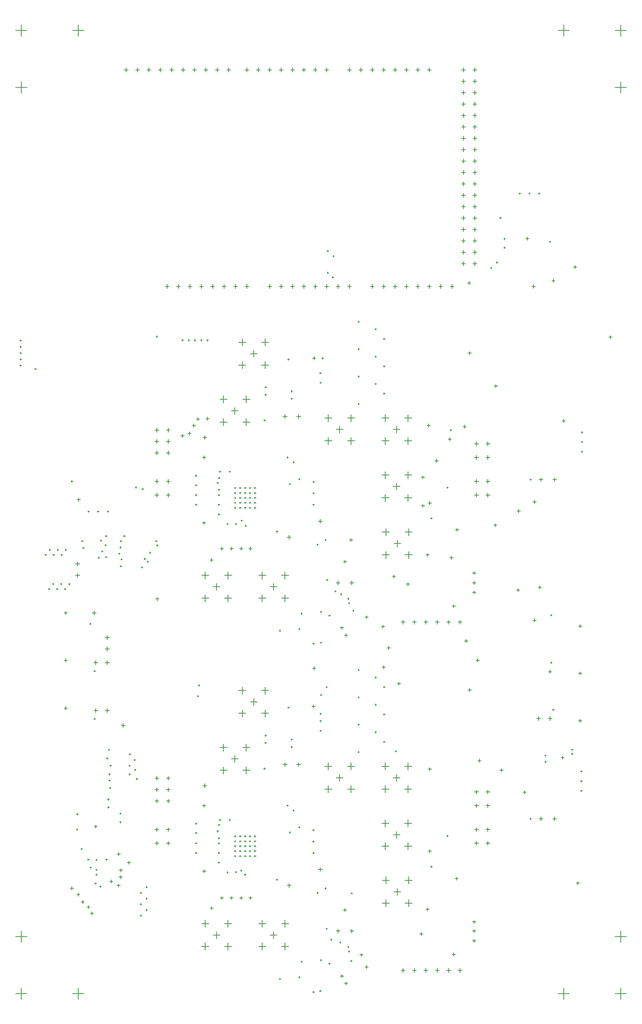
<source format=gbr>
%FSTAX23Y23*%
%MOIN*%
%SFA1B1*%

%IPPOS*%
%ADD76C,0.005000*%
%LNcfd_2channel_drillmap_1-1*%
%LPD*%
G54D76*
X0486Y0015D02*
X0496D01*
X0491Y001D02*
Y002D01*
X0536Y0065D02*
X0546D01*
X0541Y006D02*
Y007D01*
X0536Y081D02*
X0546D01*
X0541Y0805D02*
Y0815D01*
X0486Y086D02*
X0496D01*
X0491Y0855D02*
Y0865D01*
X006Y0015D02*
X007D01*
X0065Y001D02*
Y002D01*
X001Y0065D02*
X002D01*
X0015Y006D02*
Y007D01*
X001Y081D02*
X002D01*
X0015Y0805D02*
Y0815D01*
X006Y086D02*
X007D01*
X0065Y0855D02*
Y0865D01*
X04692Y0466D02*
X04727D01*
X0471Y04642D02*
Y04677D01*
X02447Y05215D02*
X02482D01*
X02465Y05197D02*
Y05232D01*
X02447Y0216D02*
X02482D01*
X02465Y02142D02*
Y02177D01*
X04692Y01685D02*
X04727D01*
X0471Y01667D02*
Y01702D01*
X02912Y03755D02*
X02947D01*
X0293Y03737D02*
Y03772D01*
X02912Y007D02*
X02947D01*
X0293Y00682D02*
Y00717D01*
X001Y086D02*
X002D01*
X0015Y0855D02*
Y0865D01*
X001Y0015D02*
X002D01*
X0015Y001D02*
Y002D01*
X00627Y0392D02*
X00662D01*
X00645Y03902D02*
Y03937D01*
X0536Y086D02*
X0546D01*
X0541Y0855D02*
Y0865D01*
X04112Y06555D02*
X04147D01*
X0413Y06537D02*
Y06572D01*
X04012Y06555D02*
X04047D01*
X0403Y06537D02*
Y06572D01*
X03513Y052D02*
X03576D01*
X03545Y05168D02*
Y05231D01*
X03313Y052D02*
X03376D01*
X03345Y05168D02*
Y05231D01*
X03513Y05D02*
X03576D01*
X03545Y04968D02*
Y05031D01*
X03313Y047D02*
X03376D01*
X03345Y04668D02*
Y04731D01*
X03313Y05D02*
X03376D01*
X03345Y04968D02*
Y05031D01*
X03513Y045D02*
X03576D01*
X03545Y04468D02*
Y04531D01*
X03513Y047D02*
X03576D01*
X03545Y04668D02*
Y04731D01*
X03518Y042D02*
X03581D01*
X0355Y04168D02*
Y04231D01*
X03318Y042D02*
X03381D01*
X0335Y04168D02*
Y04231D01*
X03313Y045D02*
X03376D01*
X03345Y04468D02*
Y04531D01*
X03518Y04D02*
X03581D01*
X0355Y03968D02*
Y04031D01*
X03318Y04D02*
X03381D01*
X0335Y03968D02*
Y04031D01*
X02813Y052D02*
X02876D01*
X02845Y05168D02*
Y05231D01*
X02258Y05665D02*
X02321D01*
X0229Y05633D02*
Y05696D01*
X02258Y05865D02*
X02321D01*
X0229Y05833D02*
Y05896D01*
X03013Y052D02*
X03076D01*
X03045Y05168D02*
Y05231D01*
X03013Y05D02*
X03076D01*
X03045Y04968D02*
Y05031D01*
X02813Y05D02*
X02876D01*
X02845Y04968D02*
Y05031D01*
X02093Y05165D02*
X02156D01*
X02125Y05133D02*
Y05196D01*
X02093Y05365D02*
X02156D01*
X02125Y05333D02*
Y05396D01*
X02433Y0362D02*
X02496D01*
X02465Y03588D02*
Y03651D01*
X02433Y0382D02*
X02496D01*
X02465Y03788D02*
Y03851D01*
X02233Y0362D02*
X02296D01*
X02265Y03588D02*
Y03651D01*
X02233Y0382D02*
X02296D01*
X02265Y03788D02*
Y03851D01*
X03513Y01645D02*
X03576D01*
X03545Y01613D02*
Y01676D01*
X03513Y01945D02*
X03576D01*
X03545Y01913D02*
Y01976D01*
X0536Y0015D02*
X0546D01*
X0541Y001D02*
Y002D01*
X03518Y01145D02*
X03581D01*
X0355Y01113D02*
Y01176D01*
X03518Y00945D02*
X03581D01*
X0355Y00913D02*
Y00976D01*
X03513Y02145D02*
X03576D01*
X03545Y02113D02*
Y02176D01*
X03313Y01645D02*
X03376D01*
X03345Y01613D02*
Y01676D01*
X03313Y01945D02*
X03376D01*
X03345Y01913D02*
Y01976D01*
X03513Y01445D02*
X03576D01*
X03545Y01413D02*
Y01476D01*
X03318Y01145D02*
X03381D01*
X0335Y01113D02*
Y01176D01*
X03313Y01445D02*
X03376D01*
X03345Y01413D02*
Y01476D01*
X03313Y02145D02*
X03376D01*
X03345Y02113D02*
Y02176D01*
X03318Y00945D02*
X03381D01*
X0335Y00913D02*
Y00976D01*
X02813Y02145D02*
X02876D01*
X02845Y02113D02*
Y02176D01*
X02258Y0261D02*
X02321D01*
X0229Y02578D02*
Y02641D01*
X02258Y0281D02*
X02321D01*
X0229Y02778D02*
Y02841D01*
X03013Y02145D02*
X03076D01*
X03045Y02113D02*
Y02176D01*
X03013Y01945D02*
X03076D01*
X03045Y01913D02*
Y01976D01*
X02813Y01945D02*
X02876D01*
X02845Y01913D02*
Y01976D01*
X02093Y0211D02*
X02156D01*
X02125Y02078D02*
Y02141D01*
X02093Y0231D02*
X02156D01*
X02125Y02278D02*
Y02341D01*
X02433Y00565D02*
X02496D01*
X02465Y00533D02*
Y00596D01*
X02433Y00765D02*
X02496D01*
X02465Y00733D02*
Y00796D01*
X02233Y00565D02*
X02296D01*
X02265Y00533D02*
Y00596D01*
X02233Y00765D02*
X02296D01*
X02265Y00733D02*
Y00796D01*
X02058Y05865D02*
X02121D01*
X0209Y05833D02*
Y05896D01*
X02058Y05665D02*
X02121D01*
X0209Y05633D02*
Y05696D01*
X02012Y06355D02*
X02047D01*
X0203Y06337D02*
Y06372D01*
X01893Y05165D02*
X01956D01*
X01925Y05133D02*
Y05196D01*
X01912Y06355D02*
X01947D01*
X0193Y06337D02*
Y06372D01*
X01893Y05365D02*
X01956D01*
X01925Y05333D02*
Y05396D01*
X02058Y0281D02*
X02121D01*
X0209Y02778D02*
Y02841D01*
X02058Y0261D02*
X02121D01*
X0209Y02578D02*
Y02641D01*
X01933Y0382D02*
X01996D01*
X01965Y03788D02*
Y03851D01*
X01933Y0362D02*
X01996D01*
X01965Y03588D02*
Y03651D01*
X01893Y0211D02*
X01956D01*
X01925Y02078D02*
Y02141D01*
X01893Y0231D02*
X01956D01*
X01925Y02278D02*
Y02341D01*
X01733Y0362D02*
X01796D01*
X01765Y03588D02*
Y03651D01*
X01733Y0382D02*
X01796D01*
X01765Y03788D02*
Y03851D01*
X01352Y08255D02*
X01387D01*
X0137Y08237D02*
Y08272D01*
X01933Y00765D02*
X01996D01*
X01965Y00733D02*
Y00796D01*
X01933Y00565D02*
X01996D01*
X01965Y00533D02*
Y00596D01*
X01733Y00565D02*
X01796D01*
X01765Y00533D02*
Y00596D01*
X01733Y00765D02*
X01796D01*
X01765Y00733D02*
Y00796D01*
X04812Y0466D02*
X04847D01*
X0483Y04642D02*
Y04677D01*
X01422Y04895D02*
X01457D01*
X0144Y04877D02*
Y04912D01*
X01322Y04895D02*
X01357D01*
X0134Y04877D02*
Y04912D01*
X01422Y04995D02*
X01457D01*
X0144Y04977D02*
Y05012D01*
X01322Y04995D02*
X01357D01*
X0134Y04977D02*
Y05012D01*
X01422Y05095D02*
X01457D01*
X0144Y05077D02*
Y05112D01*
X01322Y05095D02*
X01357D01*
X0134Y05077D02*
Y05112D01*
X01422Y0184D02*
X01457D01*
X0144Y01822D02*
Y01857D01*
X01322Y0184D02*
X01357D01*
X0134Y01822D02*
Y01857D01*
X01422Y0194D02*
X01457D01*
X0144Y01922D02*
Y01957D01*
X01322Y0194D02*
X01357D01*
X0134Y01922D02*
Y01957D01*
X01422Y0204D02*
X01457D01*
X0144Y02022D02*
Y02057D01*
X01322Y0204D02*
X01357D01*
X0134Y02022D02*
Y02057D01*
X02567Y0216D02*
X02602D01*
X02585Y02142D02*
Y02177D01*
X02335Y00665D02*
X02394D01*
X02365Y00635D02*
Y00694D01*
X01995Y0221D02*
X02054D01*
X02025Y0218D02*
Y02239D01*
X03032Y007D02*
X03067D01*
X0305Y00682D02*
Y00717D01*
X01835Y00665D02*
X01894D01*
X01865Y00635D02*
Y00694D01*
X02915Y02045D02*
X02974D01*
X02945Y02015D02*
Y02074D01*
X0216Y0271D02*
X02219D01*
X0219Y0268D02*
Y02739D01*
X03415Y02045D02*
X03474D01*
X03445Y02015D02*
Y02074D01*
X0342Y01045D02*
X03479D01*
X0345Y01015D02*
Y01074D01*
X03415Y01545D02*
X03474D01*
X03445Y01515D02*
Y01574D01*
X01742Y01975D02*
X01777D01*
X0176Y01957D02*
Y01992D01*
X03982Y00355D02*
X04017D01*
X04Y00337D02*
Y00372D01*
X03882Y00355D02*
X03917D01*
X039Y00337D02*
Y00372D01*
X03782Y00355D02*
X03817D01*
X038Y00337D02*
Y00372D01*
X03682Y00355D02*
X03717D01*
X037Y00337D02*
Y00372D01*
X03582Y00355D02*
X03617D01*
X036Y00337D02*
Y00372D01*
X03482Y00355D02*
X03517D01*
X035Y00337D02*
Y00372D01*
X02482Y011D02*
X02517D01*
X025Y01082D02*
Y01117D01*
X02757Y0124D02*
X02792D01*
X02775Y01222D02*
Y01257D01*
X01422Y0159D02*
X01457D01*
X0144Y01572D02*
Y01607D01*
X01322Y0159D02*
X01357D01*
X0134Y01572D02*
Y01607D01*
X01322Y0147D02*
X01357D01*
X0134Y01452D02*
Y01487D01*
X01422Y0147D02*
X01457D01*
X0144Y01452D02*
Y01487D01*
X04127Y0192D02*
X04162D01*
X04145Y01902D02*
Y01937D01*
X04227Y0192D02*
X04262D01*
X04245Y01902D02*
Y01937D01*
X04227Y018D02*
X04262D01*
X04245Y01782D02*
Y01817D01*
X04127Y018D02*
X04162D01*
X04145Y01782D02*
Y01817D01*
X04127Y0159D02*
X04162D01*
X04145Y01572D02*
Y01607D01*
X04227Y0159D02*
X04262D01*
X04245Y01572D02*
Y01607D01*
X04227Y0147D02*
X04262D01*
X04245Y01452D02*
Y01487D01*
X04127Y0147D02*
X04162D01*
X04145Y01452D02*
Y01487D01*
X02757Y04295D02*
X02792D01*
X02775Y04277D02*
Y04312D01*
X01742Y0503D02*
X01777D01*
X0176Y05012D02*
Y05047D01*
X04227Y04645D02*
X04262D01*
X04245Y04627D02*
Y04662D01*
X04127Y04645D02*
X04162D01*
X04145Y04627D02*
Y04662D01*
X04127Y04525D02*
X04162D01*
X04145Y04507D02*
Y04542D01*
X04227Y04525D02*
X04262D01*
X04245Y04507D02*
Y04542D01*
X04227Y04975D02*
X04262D01*
X04245Y04957D02*
Y04992D01*
X04127Y04975D02*
X04162D01*
X04145Y04957D02*
Y04992D01*
X04127Y04855D02*
X04162D01*
X04145Y04837D02*
Y04872D01*
X04227Y04855D02*
X04262D01*
X04245Y04837D02*
Y04872D01*
X01322Y04645D02*
X01357D01*
X0134Y04627D02*
Y04662D01*
X01422Y04645D02*
X01457D01*
X0144Y04627D02*
Y04662D01*
X01422Y04525D02*
X01457D01*
X0144Y04507D02*
Y04542D01*
X01322Y04525D02*
X01357D01*
X0134Y04507D02*
Y04542D01*
X02482Y04155D02*
X02517D01*
X025Y04137D02*
Y04172D01*
X03982Y0341D02*
X04017D01*
X04Y03392D02*
Y03427D01*
X03882Y0341D02*
X03917D01*
X039Y03392D02*
Y03427D01*
X03782Y0341D02*
X03817D01*
X038Y03392D02*
Y03427D01*
X03682Y0341D02*
X03717D01*
X037Y03392D02*
Y03427D01*
X03582Y0341D02*
X03617D01*
X036Y03392D02*
Y03427D01*
X03482Y0341D02*
X03517D01*
X035Y03392D02*
Y03427D01*
X03032Y03755D02*
X03067D01*
X0305Y03737D02*
Y03772D01*
X02567Y05215D02*
X02602D01*
X02585Y05197D02*
Y05232D01*
X0342Y041D02*
X03479D01*
X0345Y0407D02*
Y04129D01*
X03415Y046D02*
X03474D01*
X03445Y0457D02*
Y04629D01*
X0216Y05765D02*
X02219D01*
X0219Y05735D02*
Y05794D01*
X03415Y051D02*
X03474D01*
X03445Y0507D02*
Y05129D01*
X01835Y0372D02*
X01894D01*
X01865Y0369D02*
Y03749D01*
X02915Y051D02*
X02974D01*
X02945Y0507D02*
Y05129D01*
X02335Y0372D02*
X02394D01*
X02365Y0369D02*
Y03749D01*
X01995Y05265D02*
X02054D01*
X02025Y05235D02*
Y05294D01*
X04672Y02565D02*
X04707D01*
X0469Y02547D02*
Y02582D01*
X04772Y02565D02*
X04807D01*
X0479Y02547D02*
Y02582D01*
X00787Y02635D02*
X00822D01*
X00805Y02617D02*
Y02652D01*
X00887Y02635D02*
X00922D01*
X00905Y02617D02*
Y02652D01*
X00627Y0382D02*
X00662D01*
X00645Y03802D02*
Y03837D01*
X00887Y03055D02*
X00922D01*
X00905Y03037D02*
Y03072D01*
X00787Y03055D02*
X00822D01*
X00805Y03037D02*
Y03072D01*
X00887Y03275D02*
X00922D01*
X00905Y03257D02*
Y03292D01*
X00887Y03175D02*
X00922D01*
X00905Y03157D02*
Y03192D01*
X04812Y01685D02*
X04847D01*
X0483Y01667D02*
Y01702D01*
X02412Y06355D02*
X02447D01*
X0243Y06337D02*
Y06372D01*
X02612Y06355D02*
X02647D01*
X0263Y06337D02*
Y06372D01*
X02512Y06355D02*
X02547D01*
X0253Y06337D02*
Y06372D01*
X02812Y06355D02*
X02847D01*
X0283Y06337D02*
Y06372D01*
X02712Y06355D02*
X02747D01*
X0273Y06337D02*
Y06372D01*
X03012Y06355D02*
X03047D01*
X0303Y06337D02*
Y06372D01*
X02912Y06355D02*
X02947D01*
X0293Y06337D02*
Y06372D01*
X02312Y06355D02*
X02347D01*
X0233Y06337D02*
Y06372D01*
X04112Y06655D02*
X04147D01*
X0413Y06637D02*
Y06672D01*
X04012Y06655D02*
X04047D01*
X0403Y06637D02*
Y06672D01*
X04112Y06955D02*
X04147D01*
X0413Y06937D02*
Y06972D01*
X04112Y06855D02*
X04147D01*
X0413Y06837D02*
Y06872D01*
X04112Y06755D02*
X04147D01*
X0413Y06737D02*
Y06772D01*
X04112Y07055D02*
X04147D01*
X0413Y07037D02*
Y07072D01*
X04012Y06955D02*
X04047D01*
X0403Y06937D02*
Y06972D01*
X04012Y06855D02*
X04047D01*
X0403Y06837D02*
Y06872D01*
X04012Y06755D02*
X04047D01*
X0403Y06737D02*
Y06772D01*
X04012Y07055D02*
X04047D01*
X0403Y07037D02*
Y07072D01*
X04112Y07455D02*
X04147D01*
X0413Y07437D02*
Y07472D01*
X04112Y07355D02*
X04147D01*
X0413Y07337D02*
Y07372D01*
X04012Y07355D02*
X04047D01*
X0403Y07337D02*
Y07372D01*
X04112Y07255D02*
X04147D01*
X0413Y07237D02*
Y07272D01*
X04012Y07255D02*
X04047D01*
X0403Y07237D02*
Y07272D01*
X04112Y07155D02*
X04147D01*
X0413Y07137D02*
Y07172D01*
X04012Y07155D02*
X04047D01*
X0403Y07137D02*
Y07172D01*
X04012Y07455D02*
X04047D01*
X0403Y07437D02*
Y07472D01*
X04112Y07755D02*
X04147D01*
X0413Y07737D02*
Y07772D01*
X04112Y07655D02*
X04147D01*
X0413Y07637D02*
Y07672D01*
X04112Y07555D02*
X04147D01*
X0413Y07537D02*
Y07572D01*
X04112Y07855D02*
X04147D01*
X0413Y07837D02*
Y07872D01*
X04012Y07755D02*
X04047D01*
X0403Y07737D02*
Y07772D01*
X04012Y07655D02*
X04047D01*
X0403Y07637D02*
Y07672D01*
X04012Y07555D02*
X04047D01*
X0403Y07537D02*
Y07572D01*
X04012Y07855D02*
X04047D01*
X0403Y07837D02*
Y07872D01*
X03112Y08255D02*
X03147D01*
X0313Y08237D02*
Y08272D01*
X03312Y08255D02*
X03347D01*
X0333Y08237D02*
Y08272D01*
X03212Y08255D02*
X03247D01*
X0323Y08237D02*
Y08272D01*
X03512Y08255D02*
X03547D01*
X0353Y08237D02*
Y08272D01*
X03412Y08255D02*
X03447D01*
X0343Y08237D02*
Y08272D01*
X03712Y08255D02*
X03747D01*
X0373Y08237D02*
Y08272D01*
X03612Y08255D02*
X03647D01*
X0363Y08237D02*
Y08272D01*
X03012Y08255D02*
X03047D01*
X0303Y08237D02*
Y08272D01*
X02212Y08255D02*
X02247D01*
X0223Y08237D02*
Y08272D01*
X02412Y08255D02*
X02447D01*
X0243Y08237D02*
Y08272D01*
X02312Y08255D02*
X02347D01*
X0233Y08237D02*
Y08272D01*
X02612Y08255D02*
X02647D01*
X0263Y08237D02*
Y08272D01*
X02512Y08255D02*
X02547D01*
X0253Y08237D02*
Y08272D01*
X02812Y08255D02*
X02847D01*
X0283Y08237D02*
Y08272D01*
X02712Y08255D02*
X02747D01*
X0273Y08237D02*
Y08272D01*
X01552Y08255D02*
X01587D01*
X0157Y08237D02*
Y08272D01*
X01452Y08255D02*
X01487D01*
X0147Y08237D02*
Y08272D01*
X01752Y08255D02*
X01787D01*
X0177Y08237D02*
Y08272D01*
X01652Y08255D02*
X01687D01*
X0167Y08237D02*
Y08272D01*
X01152Y08255D02*
X01187D01*
X0117Y08237D02*
Y08272D01*
X01052Y08255D02*
X01087D01*
X0107Y08237D02*
Y08272D01*
X01252Y08255D02*
X01287D01*
X0127Y08237D02*
Y08272D01*
X01952Y08255D02*
X01987D01*
X0197Y08237D02*
Y08272D01*
X01852Y08255D02*
X01887D01*
X0187Y08237D02*
Y08272D01*
X02112Y08255D02*
X02147D01*
X0213Y08237D02*
Y08272D01*
X04112Y08255D02*
X04147D01*
X0413Y08237D02*
Y08272D01*
X04112Y08155D02*
X04147D01*
X0413Y08137D02*
Y08172D01*
X04012Y08155D02*
X04047D01*
X0403Y08137D02*
Y08172D01*
X04112Y08055D02*
X04147D01*
X0413Y08037D02*
Y08072D01*
X04012Y08055D02*
X04047D01*
X0403Y08037D02*
Y08072D01*
X04112Y07955D02*
X04147D01*
X0413Y07937D02*
Y07972D01*
X04012Y07955D02*
X04047D01*
X0403Y07937D02*
Y07972D01*
X04012Y08255D02*
X04047D01*
X0403Y08237D02*
Y08272D01*
X03312Y06355D02*
X03347D01*
X0333Y06337D02*
Y06372D01*
X03512Y06355D02*
X03547D01*
X0353Y06337D02*
Y06372D01*
X03412Y06355D02*
X03447D01*
X0343Y06337D02*
Y06372D01*
X03712Y06355D02*
X03747D01*
X0373Y06337D02*
Y06372D01*
X03612Y06355D02*
X03647D01*
X0363Y06337D02*
Y06372D01*
X03912Y06355D02*
X03947D01*
X0393Y06337D02*
Y06372D01*
X03812Y06355D02*
X03847D01*
X0383Y06337D02*
Y06372D01*
X03212Y06355D02*
X03247D01*
X0323Y06337D02*
Y06372D01*
X01512Y06355D02*
X01547D01*
X0153Y06337D02*
Y06372D01*
X01712Y06355D02*
X01747D01*
X0173Y06337D02*
Y06372D01*
X01612Y06355D02*
X01647D01*
X0163Y06337D02*
Y06372D01*
X01812Y06355D02*
X01847D01*
X0183Y06337D02*
Y06372D01*
X02112Y06355D02*
X02147D01*
X0213Y06337D02*
Y06372D01*
X01412Y06355D02*
X01447D01*
X0143Y06337D02*
Y06372D01*
X04347Y06956D02*
X04362D01*
X04355Y06948D02*
Y06963D01*
X0202Y01531D02*
X02035D01*
X02028Y01524D02*
Y01539D01*
X02064Y01531D02*
X02079D01*
X02071Y01524D02*
Y01539D01*
X02107Y01531D02*
X02122D01*
X02115Y01524D02*
Y01539D01*
X0215Y01531D02*
X02165D01*
X02158Y01524D02*
Y01539D01*
X02194Y01531D02*
X02209D01*
X02201Y01524D02*
Y01539D01*
X0202Y01488D02*
X02035D01*
X02028Y0148D02*
Y01495D01*
X02064Y01488D02*
X02079D01*
X02071Y0148D02*
Y01495D01*
X02107Y01488D02*
X02122D01*
X02115Y0148D02*
Y01495D01*
X0215Y01488D02*
X02165D01*
X02158Y0148D02*
Y01495D01*
X02194Y01488D02*
X02209D01*
X02201Y0148D02*
Y01495D01*
X0202Y01445D02*
X02035D01*
X02028Y01437D02*
Y01452D01*
X02064Y01445D02*
X02079D01*
X02071Y01437D02*
Y01452D01*
X02107Y01445D02*
X02122D01*
X02115Y01437D02*
Y01452D01*
X0215Y01445D02*
X02165D01*
X02158Y01437D02*
Y01452D01*
X02194Y01445D02*
X02209D01*
X02201Y01437D02*
Y01452D01*
X0202Y01401D02*
X02035D01*
X02028Y01394D02*
Y01409D01*
X02064Y01401D02*
X02079D01*
X02071Y01394D02*
Y01409D01*
X02107Y01401D02*
X02122D01*
X02115Y01394D02*
Y01409D01*
X0215Y01401D02*
X02165D01*
X02158Y01394D02*
Y01409D01*
X02194Y01401D02*
X02209D01*
X02201Y01394D02*
Y01409D01*
X0202Y01358D02*
X02035D01*
X02028Y0135D02*
Y01365D01*
X02064Y01358D02*
X02079D01*
X02071Y0135D02*
Y01365D01*
X02107Y01358D02*
X02122D01*
X02115Y0135D02*
Y01365D01*
X0215Y01358D02*
X02165D01*
X02158Y0135D02*
Y01365D01*
X02194Y01358D02*
X02209D01*
X02201Y0135D02*
Y01365D01*
X0202Y04586D02*
X02035D01*
X02028Y04579D02*
Y04594D01*
X02064Y04586D02*
X02079D01*
X02071Y04579D02*
Y04594D01*
X02107Y04586D02*
X02122D01*
X02115Y04579D02*
Y04594D01*
X0215Y04586D02*
X02165D01*
X02158Y04579D02*
Y04594D01*
X02194Y04586D02*
X02209D01*
X02201Y04579D02*
Y04594D01*
X0202Y04543D02*
X02035D01*
X02028Y04535D02*
Y0455D01*
X02064Y04543D02*
X02079D01*
X02071Y04535D02*
Y0455D01*
X02107Y04543D02*
X02122D01*
X02115Y04535D02*
Y0455D01*
X0215Y04543D02*
X02165D01*
X02158Y04535D02*
Y0455D01*
X02194Y04543D02*
X02209D01*
X02201Y04535D02*
Y0455D01*
X0202Y045D02*
X02035D01*
X02028Y04492D02*
Y04507D01*
X02064Y045D02*
X02079D01*
X02071Y04492D02*
Y04507D01*
X02107Y045D02*
X02122D01*
X02115Y04492D02*
Y04507D01*
X0215Y045D02*
X02165D01*
X02158Y04492D02*
Y04507D01*
X02194Y045D02*
X02209D01*
X02201Y04492D02*
Y04507D01*
X0202Y04456D02*
X02035D01*
X02028Y04449D02*
Y04464D01*
X02064Y04456D02*
X02079D01*
X02071Y04449D02*
Y04464D01*
X02107Y04456D02*
X02122D01*
X02115Y04449D02*
Y04464D01*
X0215Y04456D02*
X02165D01*
X02158Y04449D02*
Y04464D01*
X02194Y04456D02*
X02209D01*
X02201Y04449D02*
Y04464D01*
X0202Y04413D02*
X02035D01*
X02028Y04405D02*
Y0442D01*
X02064Y04413D02*
X02079D01*
X02071Y04405D02*
Y0442D01*
X02107Y04413D02*
X02122D01*
X02115Y04405D02*
Y0442D01*
X0215Y04413D02*
X02165D01*
X02158Y04405D02*
Y0442D01*
X02194Y04413D02*
X02209D01*
X02201Y04405D02*
Y0442D01*
X01327Y0412D02*
X01342D01*
X01335Y04112D02*
Y04127D01*
X03042Y0103D02*
X03057D01*
X0305Y01022D02*
Y01037D01*
X01027Y02505D02*
X01062D01*
X01045Y02487D02*
Y02522D01*
X03429Y02278D02*
X03444D01*
X03436Y0227D02*
Y02285D01*
X03911Y03975D02*
X03939D01*
X03925Y03961D02*
Y03989D01*
X03406Y0381D02*
X03434D01*
X0342Y03796D02*
Y03824D01*
X03166Y03453D02*
X03194D01*
X0318Y03439D02*
Y03467D01*
X04296Y0426D02*
X04324D01*
X0431Y04246D02*
Y04274D01*
X04631Y06355D02*
X04659D01*
X04645Y06341D02*
Y06369D01*
X04301Y0548D02*
X04329D01*
X04315Y05466D02*
Y05494D01*
X04071Y02815D02*
X04099D01*
X04085Y02801D02*
Y02829D01*
X03252Y02925D02*
X03267D01*
X0326Y02917D02*
Y02932D01*
X03327Y0284D02*
X03342D01*
X03335Y02832D02*
Y02847D01*
X03451Y0287D02*
X03479D01*
X03465Y02856D02*
Y02884D01*
X02706Y03005D02*
X02734D01*
X0272Y02991D02*
Y03019D01*
X05306Y0591D02*
X05334D01*
X0532Y05896D02*
Y05924D01*
X04806Y06405D02*
X04834D01*
X0482Y06391D02*
Y06419D01*
X05021Y0112D02*
X05049D01*
X05035Y01106D02*
Y01134D01*
X03741Y01264D02*
X03756D01*
X03749Y01257D02*
Y01272D01*
X04996Y06525D02*
X05024D01*
X0501Y06511D02*
Y06539D01*
X05057Y021D02*
X05072D01*
X05065Y02092D02*
Y02107D01*
X05041Y03375D02*
X05069D01*
X05055Y03361D02*
Y03389D01*
X05062Y0499D02*
X05077D01*
X0507Y04982D02*
Y04997D01*
X05062Y05075D02*
X05077D01*
X0507Y05067D02*
Y05082D01*
X05062Y04905D02*
X05077D01*
X0507Y04897D02*
Y04912D01*
X04977Y0229D02*
X04992D01*
X04985Y02282D02*
Y02297D01*
X04071Y0577D02*
X04099D01*
X04085Y05756D02*
Y05784D01*
X04066Y06385D02*
X04094D01*
X0408Y06371D02*
Y06399D01*
X03661Y0468D02*
X03689D01*
X03675Y04666D02*
Y04694D01*
X03031Y0413D02*
X03059D01*
X03045Y04116D02*
Y04144D01*
X03661Y0443D02*
X03689D01*
X03675Y04416D02*
Y04444D01*
X03781Y04825D02*
X03809D01*
X03795Y04811D02*
Y04839D01*
X03896Y05015D02*
X03924D01*
X0391Y05001D02*
Y05029D01*
X04026Y05125D02*
X04054D01*
X0404Y05111D02*
Y05139D01*
X04266Y06516D02*
X04281D01*
X04273Y06508D02*
Y06523D01*
X02832Y06475D02*
X02847D01*
X0284Y06467D02*
Y06482D01*
X02833Y06666D02*
X02848D01*
X02841Y06658D02*
Y06673D01*
X02877Y06435D02*
X02892D01*
X02885Y06427D02*
Y06442D01*
X02882Y0662D02*
X02897D01*
X0289Y06612D02*
Y06627D01*
X02516Y05435D02*
X02531D01*
X02523Y05428D02*
Y05443D01*
X04317Y06565D02*
X04332D01*
X04325Y06557D02*
Y06572D01*
X04782Y06747D02*
X04797D01*
X0479Y0674D02*
Y06755D01*
X04382Y06773D02*
X04397D01*
X0439Y06765D02*
Y0678D01*
X04576Y06775D02*
X04604D01*
X0459Y06761D02*
Y06789D01*
X04517Y0717D02*
X04532D01*
X04525Y07162D02*
Y07177D01*
X04602Y0717D02*
X04617D01*
X0461Y07162D02*
Y07177D01*
X04687Y0717D02*
X04702D01*
X04695Y07162D02*
Y07177D01*
X04382Y06695D02*
X04397D01*
X0439Y06687D02*
Y06702D01*
X04896Y05175D02*
X04924D01*
X0491Y05161D02*
Y05189D01*
X05057Y0193D02*
X05072D01*
X05065Y01922D02*
Y01937D01*
X05057Y02015D02*
X05072D01*
X05065Y02007D02*
Y02022D01*
X00802Y01325D02*
X00817D01*
X0081Y01317D02*
Y01332D01*
X00634Y01725D02*
X00649D01*
X00642Y01717D02*
Y01732D01*
X00632Y0159D02*
X00647D01*
X0064Y01582D02*
Y01597D01*
X00672Y0142D02*
X00687D01*
X0068Y01412D02*
Y01427D01*
X04111Y0367D02*
X04139D01*
X04125Y03656D02*
Y03684D01*
X04111Y03755D02*
X04139D01*
X04125Y03741D02*
Y03769D01*
X04111Y0384D02*
X04139D01*
X04125Y03826D02*
Y03854D01*
X04111Y00615D02*
X04139D01*
X04125Y00601D02*
Y00629D01*
X04111Y007D02*
X04139D01*
X04125Y00686D02*
Y00714D01*
X04111Y0078D02*
X04139D01*
X04125Y00766D02*
Y00794D01*
X00731Y01327D02*
X00746D01*
X00738Y01319D02*
Y01334D01*
X00891Y01327D02*
X00906D01*
X00898Y01319D02*
Y01334D01*
X00802Y01237D02*
X00817D01*
X0081Y0123D02*
Y01245D01*
X00752Y01257D02*
X00767D01*
X0076Y0125D02*
Y01265D01*
X01011Y01232D02*
X01039D01*
X01025Y01218D02*
Y01246D01*
X0277Y02458D02*
X02785D01*
X02777Y0245D02*
Y02465D01*
X02769Y02542D02*
X02784D01*
X02777Y02535D02*
Y0255D01*
X0277Y0551D02*
X02785D01*
X02778Y05502D02*
Y05517D01*
X02767Y05595D02*
X02782D01*
X02775Y05587D02*
Y05602D01*
X00902Y0438D02*
X00917D01*
X0091Y04372D02*
Y04387D01*
X00817Y0438D02*
X00832D01*
X00825Y04372D02*
Y04387D01*
X00732Y0438D02*
X00747D01*
X0074Y04372D02*
Y04387D01*
X02146Y0099D02*
X02174D01*
X0216Y00976D02*
Y01004D01*
X02066Y0099D02*
X02094D01*
X0208Y00976D02*
Y01004D01*
X01981Y0099D02*
X02009D01*
X01995Y00976D02*
Y01004D01*
X01896Y0099D02*
X01924D01*
X0191Y00976D02*
Y01004D01*
X01806Y009D02*
X01834D01*
X0182Y00886D02*
Y00914D01*
X02146Y04055D02*
X02174D01*
X0216Y04041D02*
Y04069D01*
X02066Y04055D02*
X02094D01*
X0208Y04041D02*
Y04069D01*
X01981Y04055D02*
X02009D01*
X01995Y04041D02*
Y04069D01*
X01896Y04055D02*
X01924D01*
X0191Y04041D02*
Y04069D01*
X01677Y01385D02*
X01692D01*
X01685Y01377D02*
Y01392D01*
X01677Y0147D02*
X01692D01*
X01685Y01462D02*
Y01477D01*
X01677Y01642D02*
X01692D01*
X01685Y01635D02*
Y0165D01*
X01677Y0156D02*
X01692D01*
X01685Y01552D02*
Y01567D01*
X01741Y04855D02*
X01769D01*
X01755Y04841D02*
Y04869D01*
X01677Y04695D02*
X01692D01*
X01685Y04687D02*
Y04702D01*
X01677Y0461D02*
X01692D01*
X01685Y04602D02*
Y04617D01*
X01677Y0444D02*
X01692D01*
X01685Y04432D02*
Y04447D01*
X01677Y04525D02*
X01692D01*
X01685Y04517D02*
Y04532D01*
X01867Y0463D02*
X01882D01*
X01875Y04622D02*
Y04637D01*
X01878Y04675D02*
X01893D01*
X01886Y04668D02*
Y04683D01*
X01722Y05882D02*
X01737D01*
X0173Y05875D02*
Y0589D01*
X01667Y05882D02*
X01682D01*
X01675Y05875D02*
Y0589D01*
X01612Y05882D02*
X01627D01*
X0162Y05875D02*
Y0589D01*
X01557Y05882D02*
X01572D01*
X01565Y05875D02*
Y0589D01*
X01777Y05882D02*
X01792D01*
X01785Y05875D02*
Y0589D01*
X01686Y0519D02*
X01714D01*
X017Y05176D02*
Y05204D01*
X01332Y05915D02*
X01347D01*
X0134Y05907D02*
Y05922D01*
X00137Y0566D02*
X00152D01*
X00145Y05652D02*
Y05667D01*
X00267Y0563D02*
X00282D01*
X00275Y05622D02*
Y05637D01*
X00137Y0588D02*
X00152D01*
X00145Y05872D02*
Y05887D01*
X00137Y05825D02*
X00152D01*
X00145Y05817D02*
Y05832D01*
X00137Y0577D02*
X00152D01*
X00145Y05762D02*
Y05777D01*
X00137Y05715D02*
X00152D01*
X00145Y05707D02*
Y05722D01*
X01771Y05195D02*
X01799D01*
X01785Y05181D02*
Y05209D01*
X01972Y0473D02*
X01987D01*
X0198Y04722D02*
Y04737D01*
X01887Y0473D02*
X01902D01*
X01895Y04722D02*
Y04737D01*
X01651Y05135D02*
X01679D01*
X01665Y05121D02*
Y05149D01*
X01613Y05065D02*
X01641D01*
X01627Y05051D02*
Y05079D01*
X04501Y04385D02*
X04529D01*
X04515Y04371D02*
Y04399D01*
X04641Y04465D02*
X04669D01*
X04655Y04451D02*
Y04479D01*
X04686Y03715D02*
X04714D01*
X047Y03701D02*
Y03729D01*
X04641Y03425D02*
X04669D01*
X04655Y03411D02*
Y03439D01*
X03361Y03185D02*
X03389D01*
X03375Y03171D02*
Y03199D01*
X03311Y0337D02*
X03339D01*
X03325Y03356D02*
Y03384D01*
X03056Y0351D02*
X03071D01*
X03063Y03503D02*
Y03518D01*
X02899Y0368D02*
X02914D01*
X02907Y03672D02*
Y03687D01*
X02772Y0277D02*
X02787D01*
X0278Y02762D02*
Y02777D01*
X02701Y0267D02*
X02729D01*
X02715Y02656D02*
Y02684D01*
X02769Y02606D02*
X02784D01*
X02777Y02598D02*
Y02613D01*
X04886Y0222D02*
X04914D01*
X049Y02206D02*
Y02234D01*
X00991Y01375D02*
X01019D01*
X01005Y01361D02*
Y01389D01*
X01551Y05045D02*
X01579D01*
X01565Y05031D02*
Y05059D01*
X02112Y04255D02*
X02127D01*
X0212Y04247D02*
Y04262D01*
X00756Y00855D02*
X00784D01*
X0077Y00841D02*
Y00869D01*
X00726Y0091D02*
X00754D01*
X0074Y00896D02*
Y00924D01*
X00581Y01075D02*
X00609D01*
X00595Y01061D02*
Y01089D01*
X00636Y0102D02*
X00664D01*
X0065Y01006D02*
Y01034D01*
X00837Y0109D02*
X00852D01*
X00845Y01082D02*
Y01097D01*
X00676Y00955D02*
X00704D01*
X0069Y00941D02*
Y00969D01*
X00991Y011D02*
X01019D01*
X01005Y01086D02*
Y01114D01*
X01008Y01172D02*
X01036D01*
X01022Y01158D02*
Y01186D01*
X02026Y01217D02*
X02041D01*
X02034Y0121D02*
Y01225D01*
X01242Y01085D02*
X01257D01*
X0125Y01077D02*
Y01092D01*
X02107Y01195D02*
X02122D01*
X02115Y01187D02*
Y01202D01*
X02072Y0123D02*
X02087D01*
X0208Y01222D02*
Y01237D01*
X00795Y01117D02*
X0081D01*
X00802Y01109D02*
Y01124D01*
X01192Y00835D02*
X01207D01*
X012Y00827D02*
Y00842D01*
X00926Y01135D02*
X00954D01*
X0094Y01121D02*
Y01149D01*
X00802Y01195D02*
X00817D01*
X0081Y01187D02*
Y01202D01*
X01081Y013D02*
X01109D01*
X01095Y01286D02*
Y01314D01*
X01878Y01631D02*
X01893D01*
X01886Y01623D02*
Y01638D01*
X01877Y01515D02*
X01892D01*
X01885Y01507D02*
Y01522D01*
X01877Y0457D02*
X01892D01*
X01885Y04562D02*
Y04577D01*
X02077Y043D02*
X02092D01*
X02085Y04292D02*
Y04307D01*
X01867Y01576D02*
X01882D01*
X01874Y01568D02*
Y01583D01*
X00392Y04045D02*
X00407D01*
X004Y04037D02*
Y04052D01*
X00532Y04045D02*
X00547D01*
X0054Y04037D02*
Y04052D01*
X00357Y04D02*
X00372D01*
X00365Y03992D02*
Y04007D01*
X00497Y04D02*
X00512D01*
X00505Y03992D02*
Y04007D01*
X00462Y04045D02*
X00477D01*
X0047Y04037D02*
Y04052D01*
X00427Y04D02*
X00442D01*
X00435Y03992D02*
Y04007D01*
X00457Y037D02*
X00472D01*
X00465Y03692D02*
Y03707D01*
X00565Y03742D02*
X0058D01*
X00573Y03734D02*
Y03749D01*
X00492Y03745D02*
X00507D01*
X005Y03737D02*
Y03752D01*
X00527Y037D02*
X00542D01*
X00535Y03692D02*
Y03707D01*
X00422Y03745D02*
X00437D01*
X0043Y03737D02*
Y03752D01*
X00387Y037D02*
X00402D01*
X00395Y03692D02*
Y03707D01*
X00917Y02075D02*
X00932D01*
X00925Y02067D02*
Y02082D01*
X00917Y0202D02*
X00932D01*
X00925Y02012D02*
Y02027D01*
X00922Y01955D02*
X00937D01*
X0093Y01947D02*
Y01962D01*
X00927Y0215D02*
X00942D01*
X00935Y02142D02*
Y02157D01*
X00897Y02215D02*
X00912D01*
X00905Y02207D02*
Y02222D01*
X00912Y0229D02*
X00927D01*
X0092Y02282D02*
Y02297D01*
X01157Y02035D02*
X01172D01*
X01165Y02027D02*
Y02042D01*
X01092Y02075D02*
X01107D01*
X011Y02067D02*
Y02082D01*
X01142Y02115D02*
X01157D01*
X0115Y02107D02*
Y02122D01*
X01092Y0215D02*
X01107D01*
X011Y02142D02*
Y02157D01*
X01137Y022D02*
X01152D01*
X01145Y02192D02*
Y02207D01*
X01097Y0225D02*
X01112D01*
X01105Y02242D02*
Y02257D01*
X01702Y02855D02*
X01717D01*
X0171Y02847D02*
Y02862D01*
X01692Y0276D02*
X01707D01*
X017Y02752D02*
Y02767D01*
X02822Y0284D02*
X02837D01*
X0283Y02832D02*
Y02847D01*
X00852Y0403D02*
X00867D01*
X0086Y04022D02*
Y04037D01*
X00822Y03975D02*
X00837D01*
X0083Y03967D02*
Y03982D01*
X00887Y0398D02*
X00902D01*
X00895Y03972D02*
Y03987D01*
X00882Y04085D02*
X00897D01*
X0089Y04077D02*
Y04092D01*
X00842Y04125D02*
X00857D01*
X0085Y04117D02*
Y04132D01*
X00887Y04165D02*
X00902D01*
X00895Y04157D02*
Y04172D01*
X00677Y0412D02*
X00692D01*
X00685Y04112D02*
Y04127D01*
X00687Y0406D02*
X00702D01*
X00695Y04052D02*
Y04067D01*
X00526Y0349D02*
X00554D01*
X0054Y03476D02*
Y03504D01*
X01017Y039D02*
X01032D01*
X01025Y03892D02*
Y03907D01*
X01022Y0396D02*
X01037D01*
X0103Y03952D02*
Y03967D01*
X01002Y0401D02*
X01017D01*
X0101Y04002D02*
Y04017D01*
X01012Y04065D02*
X01027D01*
X0102Y04057D02*
Y04072D01*
X01017Y0412D02*
X01032D01*
X01025Y04112D02*
Y04127D01*
X01047Y04165D02*
X01062D01*
X01055Y04157D02*
Y04172D01*
X04977Y02255D02*
X04992D01*
X04985Y02247D02*
Y02262D01*
X04742Y02185D02*
X04757D01*
X0475Y02177D02*
Y02192D01*
X04742Y0224D02*
X04757D01*
X0475Y02232D02*
Y02247D01*
X00587Y04645D02*
X00602D01*
X00595Y04637D02*
Y04652D01*
X0115Y04593D02*
X01165D01*
X01157Y04585D02*
Y046D01*
X01208Y04576D02*
X01223D01*
X01216Y04569D02*
Y04584D01*
X04496Y0369D02*
X04524D01*
X0451Y03676D02*
Y03704D01*
X03646Y00675D02*
X03674D01*
X0366Y00661D02*
Y00689D01*
X03701Y0089D02*
X03729D01*
X03715Y00876D02*
Y00904D01*
X0302Y00521D02*
X03035D01*
X03028Y00514D02*
Y00529D01*
X02847Y00412D02*
X02862D01*
X02855Y00405D02*
Y0042D01*
X03038Y00438D02*
X03053D01*
X03046Y0043D02*
Y00445D01*
X03166Y00385D02*
X03194D01*
X0318Y00371D02*
Y00399D01*
X03012Y0056D02*
X03027D01*
X0302Y00552D02*
Y00567D01*
X01012Y0173D02*
X01027D01*
X0102Y01722D02*
Y01737D01*
X01012Y01655D02*
X01027D01*
X0102Y01647D02*
Y01662D01*
X00907Y01855D02*
X00922D01*
X00915Y01847D02*
Y01862D01*
X00907Y01785D02*
X00922D01*
X00915Y01777D02*
Y01792D01*
X00787Y0256D02*
X00802D01*
X00795Y02552D02*
Y02567D01*
X02822Y0072D02*
X02837D01*
X0283Y00712D02*
Y00727D01*
X02862Y00625D02*
X02877D01*
X0287Y00617D02*
Y00632D01*
X02828Y0378D02*
X02843D01*
X02835Y03773D02*
Y03788D01*
X0302Y03576D02*
X03035D01*
X03028Y03569D02*
Y03584D01*
X0295Y03655D02*
X02965D01*
X02957Y03647D02*
Y03662D01*
X03528Y03742D02*
X03556D01*
X03542Y03728D02*
Y03756D01*
X03701Y04D02*
X03729D01*
X03715Y03986D02*
Y04014D01*
X02847Y03467D02*
X02862D01*
X02855Y0346D02*
Y03475D01*
X03012Y03615D02*
X03027D01*
X0302Y03607D02*
Y03622D01*
X03721Y0212D02*
X03749D01*
X03735Y02106D02*
Y02134D01*
X02487Y0266D02*
X02502D01*
X02495Y02652D02*
Y02667D01*
X02707Y0322D02*
X02722D01*
X02715Y03212D02*
Y03227D01*
X04612Y0466D02*
X04627D01*
X0462Y04652D02*
Y04667D01*
X04776Y02975D02*
X04804D01*
X0479Y02961D02*
Y02989D01*
X04156Y02195D02*
X04184D01*
X0417Y02181D02*
Y02209D01*
X04811Y0264D02*
X04826D01*
X04818Y02632D02*
Y02647D01*
X04553Y01917D02*
X04581D01*
X04567Y01903D02*
Y01931D01*
X04351Y0211D02*
X04379D01*
X04365Y02096D02*
Y02124D01*
X04792Y03055D02*
X04807D01*
X048Y03047D02*
Y03062D01*
X04041Y03245D02*
X04069D01*
X04055Y03231D02*
Y03259D01*
X04141Y03075D02*
X04169D01*
X04155Y03061D02*
Y03089D01*
X03961Y0422D02*
X03989D01*
X03975Y04206D02*
Y04234D01*
X03956Y0116D02*
X03984D01*
X0397Y01146D02*
Y01174D01*
X02412Y03335D02*
X02427D01*
X0242Y03327D02*
Y03342D01*
X03316Y03015D02*
X03344D01*
X0333Y03001D02*
Y03029D01*
X02772Y0323D02*
X02787D01*
X0278Y03222D02*
Y03237D01*
X02951Y0336D02*
X02979D01*
X02965Y03346D02*
Y03374D01*
X02772Y035D02*
X02787D01*
X0278Y03492D02*
Y03507D01*
X02767Y00175D02*
X02782D01*
X02775Y00167D02*
Y00182D01*
X02772Y00445D02*
X02787D01*
X0278Y00437D02*
Y00452D01*
X0075Y03395D02*
X00765D01*
X00757Y03387D02*
Y03402D01*
X00772Y0349D02*
X00807D01*
X0079Y03472D02*
Y03507D01*
X0133Y03612D02*
X01358D01*
X01344Y03598D02*
Y03626D01*
X01337Y04082D02*
X01352D01*
X01345Y04075D02*
Y0409D01*
X01252Y0394D02*
X01267D01*
X0126Y03932D02*
Y03947D01*
X01202Y0389D02*
X01217D01*
X0121Y03882D02*
Y03897D01*
X01227Y03964D02*
X01242D01*
X01235Y03957D02*
Y03972D01*
X01273Y04019D02*
X01288D01*
X0128Y04011D02*
Y04026D01*
X01242Y00985D02*
X01257D01*
X0125Y00977D02*
Y00992D01*
X01192Y01035D02*
X01207D01*
X012Y01027D02*
Y01042D01*
X01242Y00885D02*
X01257D01*
X0125Y00877D02*
Y00892D01*
X01192Y00935D02*
X01207D01*
X012Y00927D02*
Y00942D01*
X00789Y01616D02*
X00817D01*
X00803Y01602D02*
Y0163D01*
X00526Y02655D02*
X00554D01*
X0054Y02641D02*
Y02669D01*
X00526Y03075D02*
X00554D01*
X0054Y03061D02*
Y03089D01*
X00641Y04485D02*
X00669D01*
X00655Y04471D02*
Y04499D01*
X05041Y02545D02*
X05069D01*
X05055Y02531D02*
Y02559D01*
X05041Y0296D02*
X05069D01*
X05055Y02946D02*
Y02974D01*
X00787Y0298D02*
X00802D01*
X00795Y02972D02*
Y02987D01*
X03931Y00495D02*
X03959D01*
X03945Y00481D02*
Y00509D01*
X02582Y00295D02*
X02597D01*
X0259Y00287D02*
Y00302D01*
X02707Y00165D02*
X02722D01*
X02715Y00157D02*
Y00172D01*
X03102Y0299D02*
X03117D01*
X0311Y02982D02*
Y02997D01*
X01741Y01225D02*
X01769D01*
X01755Y01211D02*
Y01239D01*
X0248Y018D02*
X02495D01*
X02487Y01792D02*
Y01807D01*
X02533Y01758D02*
X02548D01*
X0254Y0175D02*
Y01765D01*
X03882Y01535D02*
X03897D01*
X0389Y01527D02*
Y01542D01*
X02499Y01565D02*
X02514D01*
X02506Y01558D02*
Y01573D01*
X02582Y0161D02*
X02597D01*
X0259Y01602D02*
Y01617D01*
X01741Y018D02*
X01769D01*
X01755Y01786D02*
Y01814D01*
X02516Y0238D02*
X02531D01*
X02523Y02373D02*
Y02388D01*
X02287Y02415D02*
X02302D01*
X02295Y02407D02*
Y02422D01*
X02516Y02315D02*
X02531D01*
X02523Y02308D02*
Y02323D01*
X02287Y0235D02*
X02302D01*
X02295Y02342D02*
Y02357D01*
X02277Y02125D02*
X02292D01*
X02285Y02117D02*
Y02132D01*
X02976Y00885D02*
X03004D01*
X0299Y00871D02*
Y00899D01*
X02942Y006D02*
X02957D01*
X0295Y00592D02*
Y00607D01*
X02742Y01035D02*
X02757D01*
X0275Y01027D02*
Y01042D01*
X02812Y01075D02*
X02827D01*
X0282Y01067D02*
Y01082D01*
X03102Y0251D02*
X03117D01*
X0311Y02502D02*
Y02517D01*
X03102Y0227D02*
X03117D01*
X0311Y02262D02*
Y02277D01*
X02602Y0043D02*
X02617D01*
X0261Y00422D02*
Y00437D01*
X03121Y0049D02*
X03149D01*
X03135Y00476D02*
Y00504D01*
X02951Y00305D02*
X02979D01*
X02965Y00291D02*
Y00319D01*
X02412Y0028D02*
X02427D01*
X0242Y00272D02*
Y00287D01*
X02986Y0024D02*
X03014D01*
X03Y00226D02*
Y00254D01*
X03102Y0275D02*
X03117D01*
X0311Y02742D02*
Y02757D01*
X03327Y026D02*
X03342D01*
X03335Y02592D02*
Y02607D01*
X03327Y0236D02*
X03342D01*
X03335Y02352D02*
Y02367D01*
X02707Y01585D02*
X02722D01*
X02715Y01577D02*
Y01592D01*
X02707Y01485D02*
X02722D01*
X02715Y01477D02*
Y01492D01*
X02707Y01385D02*
X02722D01*
X02715Y01377D02*
Y01392D01*
X01877Y013D02*
X01892D01*
X01885Y01292D02*
Y01307D01*
X01877Y01385D02*
X01892D01*
X01885Y01377D02*
Y01392D01*
X01887Y01675D02*
X01902D01*
X01895Y01667D02*
Y01682D01*
X01972Y01675D02*
X01987D01*
X0198Y01667D02*
Y01682D01*
X02387Y0115D02*
X02402D01*
X02395Y01142D02*
Y01157D01*
X0248Y04855D02*
X02495D01*
X02487Y04847D02*
Y04862D01*
X02287Y0547D02*
X02302D01*
X02295Y05462D02*
Y05477D01*
X02516Y0537D02*
X02531D01*
X02523Y05363D02*
Y05378D01*
X02287Y05405D02*
X02302D01*
X02295Y05397D02*
Y05412D01*
X02986Y03295D02*
X03014D01*
X03Y03281D02*
Y03309D01*
X02742Y0409D02*
X02757D01*
X0275Y04082D02*
Y04097D01*
X02976Y0394D02*
X03004D01*
X0299Y03926D02*
Y03954D01*
X03931Y0355D02*
X03959D01*
X03945Y03536D02*
Y03564D01*
X02582Y04665D02*
X02597D01*
X0259Y04657D02*
Y04672D01*
X02602Y03485D02*
X02617D01*
X0261Y03477D02*
Y03492D01*
X02487Y05715D02*
X02502D01*
X02495Y05707D02*
Y05722D01*
X02787Y05725D02*
X02802D01*
X02795Y05717D02*
Y05732D01*
X02707Y0444D02*
X02722D01*
X02715Y04432D02*
Y04447D01*
X02707Y0454D02*
X02722D01*
X02715Y04532D02*
Y04547D01*
X02707Y0464D02*
X02722D01*
X02715Y04632D02*
Y04647D01*
X02533Y04813D02*
X02548D01*
X0254Y04805D02*
Y0482D01*
X02277Y0518D02*
X02292D01*
X02285Y05172D02*
Y05187D01*
X04612Y01685D02*
X04627D01*
X0462Y01677D02*
Y01692D01*
X04792Y0347D02*
X04807D01*
X048Y03462D02*
Y03477D01*
X01877Y0147D02*
X01892D01*
X01885Y01462D02*
Y01477D01*
X03252Y02685D02*
X03267D01*
X0326Y02677D02*
Y02692D01*
X03252Y02445D02*
X03267D01*
X0326Y02437D02*
Y02452D01*
X01952Y01215D02*
X01967D01*
X0196Y01207D02*
Y01222D01*
X03721Y014D02*
X03749D01*
X03735Y01386D02*
Y01414D01*
X02387Y04205D02*
X02402D01*
X02395Y04197D02*
Y04212D01*
X02027Y0427D02*
X02042D01*
X02035Y04262D02*
Y04277D01*
X01877Y04355D02*
X01892D01*
X01885Y04347D02*
Y04362D01*
X01877Y0444D02*
X01892D01*
X01885Y04432D02*
Y04447D01*
X01806Y03955D02*
X01834D01*
X0182Y03941D02*
Y03969D01*
X03327Y05415D02*
X03342D01*
X03335Y05407D02*
Y05422D01*
X03327Y05655D02*
X03342D01*
X03335Y05647D02*
Y05662D01*
X03327Y05895D02*
X03342D01*
X03335Y05887D02*
Y05902D01*
X03912Y05095D02*
X03927D01*
X0392Y05087D02*
Y05102D01*
X02812Y0413D02*
X02827D01*
X0282Y04122D02*
Y04137D01*
X02499Y0462D02*
X02514D01*
X02506Y04613D02*
Y04628D01*
X02582Y0335D02*
X02597D01*
X0259Y03342D02*
Y03357D01*
X03102Y05805D02*
X03117D01*
X0311Y05797D02*
Y05812D01*
X03102Y05565D02*
X03117D01*
X0311Y05557D02*
Y05572D01*
X03252Y0574D02*
X03267D01*
X0326Y05732D02*
Y05747D01*
X02706Y05725D02*
X02734D01*
X0272Y05711D02*
Y05739D01*
X03252Y055D02*
X03267D01*
X0326Y05492D02*
Y05507D01*
X03102Y05325D02*
X03117D01*
X0311Y05317D02*
Y05332D01*
X03102Y06045D02*
X03117D01*
X0311Y06037D02*
Y06052D01*
X03252Y0598D02*
X03267D01*
X0326Y05972D02*
Y05987D01*
X03721Y04455D02*
X03749D01*
X03735Y04441D02*
Y04469D01*
X03741Y04319D02*
X03756D01*
X03749Y04312D02*
Y04327D01*
X03882Y0459D02*
X03897D01*
X0389Y04582D02*
Y04597D01*
X03711Y05135D02*
X03739D01*
X03725Y05121D02*
Y05149D01*
X01877Y04525D02*
X01892D01*
X01885Y04517D02*
Y04532D01*
X01952Y0427D02*
X01967D01*
X0196Y04262D02*
Y04277D01*
X01741Y0428D02*
X01769D01*
X01755Y04266D02*
Y04294D01*
M02*
</source>
